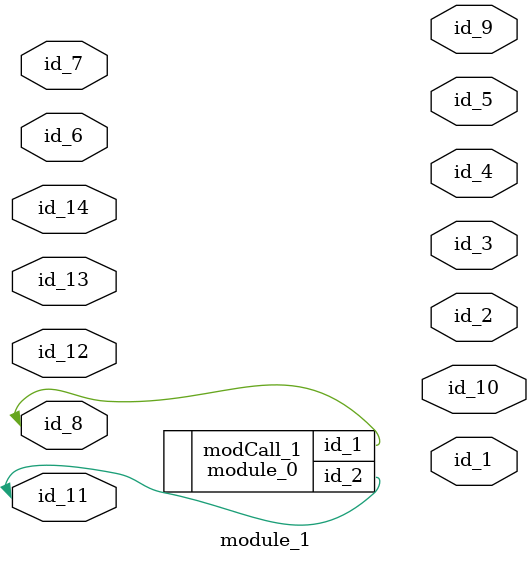
<source format=v>
module module_0 (
    id_1,
    id_2
);
  inout wire id_2;
  inout wire id_1;
  assign id_2 = id_1, id_2 = -1;
  wire id_3;
endmodule
module module_1 (
    id_1,
    id_2,
    id_3,
    id_4,
    id_5,
    id_6,
    id_7,
    id_8,
    id_9,
    id_10,
    id_11,
    id_12,
    id_13,
    id_14
);
  inout wire id_14;
  inout wire id_13;
  input wire id_12;
  inout wire id_11;
  output wire id_10;
  output wire id_9;
  inout wire id_8;
  input wire id_7;
  input wire id_6;
  output wire id_5;
  output wire id_4;
  output wire id_3;
  output wire id_2;
  output wire id_1;
  module_0 modCall_1 (
      id_8,
      id_11
  );
  assign {""} = id_7;
endmodule

</source>
